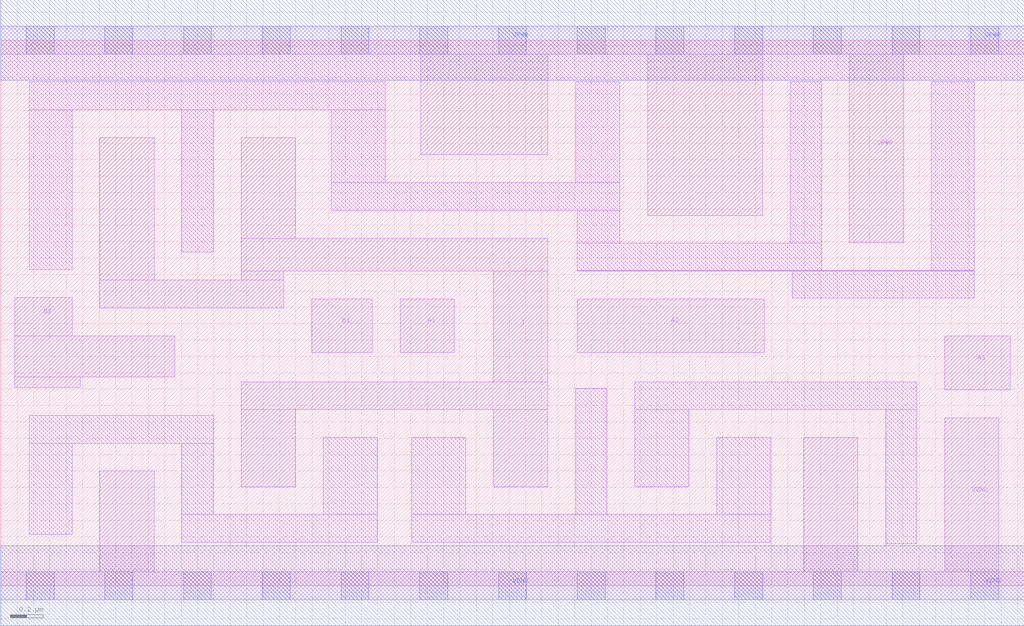
<source format=lef>
# Copyright 2020 The SkyWater PDK Authors
#
# Licensed under the Apache License, Version 2.0 (the "License");
# you may not use this file except in compliance with the License.
# You may obtain a copy of the License at
#
#     https://www.apache.org/licenses/LICENSE-2.0
#
# Unless required by applicable law or agreed to in writing, software
# distributed under the License is distributed on an "AS IS" BASIS,
# WITHOUT WARRANTIES OR CONDITIONS OF ANY KIND, either express or implied.
# See the License for the specific language governing permissions and
# limitations under the License.
#
# SPDX-License-Identifier: Apache-2.0

VERSION 5.7 ;
  NAMESCASESENSITIVE ON ;
  NOWIREEXTENSIONATPIN ON ;
  DIVIDERCHAR "/" ;
  BUSBITCHARS "[]" ;
UNITS
  DATABASE MICRONS 200 ;
END UNITS
MACRO sky130_fd_sc_lp__a32oi_2
  CLASS CORE ;
  SOURCE USER ;
  FOREIGN sky130_fd_sc_lp__a32oi_2 ;
  ORIGIN  0.000000  0.000000 ;
  SIZE  6.240000 BY  3.330000 ;
  SYMMETRY X Y R90 ;
  SITE unit ;
  PIN A1
    ANTENNAGATEAREA  0.630000 ;
    DIRECTION INPUT ;
    USE SIGNAL ;
    PORT
      LAYER li1 ;
        RECT 2.435000 1.425000 2.765000 1.750000 ;
    END
  END A1
  PIN A2
    ANTENNAGATEAREA  0.630000 ;
    DIRECTION INPUT ;
    USE SIGNAL ;
    PORT
      LAYER li1 ;
        RECT 3.515000 1.425000 4.655000 1.750000 ;
    END
  END A2
  PIN A3
    ANTENNAGATEAREA  0.630000 ;
    DIRECTION INPUT ;
    USE SIGNAL ;
    PORT
      LAYER li1 ;
        RECT 5.755000 1.195000 6.155000 1.525000 ;
    END
  END A3
  PIN B1
    ANTENNAGATEAREA  0.630000 ;
    DIRECTION INPUT ;
    USE SIGNAL ;
    PORT
      LAYER li1 ;
        RECT 1.895000 1.425000 2.265000 1.750000 ;
    END
  END B1
  PIN B2
    ANTENNAGATEAREA  0.630000 ;
    DIRECTION INPUT ;
    USE SIGNAL ;
    PORT
      LAYER li1 ;
        RECT 0.085000 1.210000 0.485000 1.275000 ;
        RECT 0.085000 1.275000 1.060000 1.525000 ;
        RECT 0.085000 1.525000 0.435000 1.760000 ;
    END
  END B2
  PIN Y
    ANTENNADIFFAREA  1.176000 ;
    DIRECTION OUTPUT ;
    USE SIGNAL ;
    PORT
      LAYER li1 ;
        RECT 0.605000 1.695000 1.725000 1.865000 ;
        RECT 0.605000 1.865000 0.935000 2.735000 ;
        RECT 1.465000 0.605000 1.795000 1.075000 ;
        RECT 1.465000 1.075000 3.335000 1.245000 ;
        RECT 1.465000 1.865000 1.725000 1.920000 ;
        RECT 1.465000 1.920000 3.335000 2.120000 ;
        RECT 1.465000 2.120000 1.795000 2.735000 ;
        RECT 3.005000 0.605000 3.335000 1.075000 ;
        RECT 3.005000 1.245000 3.335000 1.920000 ;
    END
  END Y
  PIN VGND
    DIRECTION INOUT ;
    USE GROUND ;
    PORT
      LAYER li1 ;
        RECT 0.000000 -0.085000 6.240000 0.085000 ;
        RECT 0.605000  0.085000 0.935000 0.700000 ;
        RECT 4.895000  0.085000 5.225000 0.905000 ;
        RECT 5.755000  0.085000 6.085000 1.025000 ;
      LAYER mcon ;
        RECT 0.155000 -0.085000 0.325000 0.085000 ;
        RECT 0.635000 -0.085000 0.805000 0.085000 ;
        RECT 1.115000 -0.085000 1.285000 0.085000 ;
        RECT 1.595000 -0.085000 1.765000 0.085000 ;
        RECT 2.075000 -0.085000 2.245000 0.085000 ;
        RECT 2.555000 -0.085000 2.725000 0.085000 ;
        RECT 3.035000 -0.085000 3.205000 0.085000 ;
        RECT 3.515000 -0.085000 3.685000 0.085000 ;
        RECT 3.995000 -0.085000 4.165000 0.085000 ;
        RECT 4.475000 -0.085000 4.645000 0.085000 ;
        RECT 4.955000 -0.085000 5.125000 0.085000 ;
        RECT 5.435000 -0.085000 5.605000 0.085000 ;
        RECT 5.915000 -0.085000 6.085000 0.085000 ;
      LAYER met1 ;
        RECT 0.000000 -0.245000 6.240000 0.245000 ;
    END
  END VGND
  PIN VPWR
    DIRECTION INOUT ;
    USE POWER ;
    PORT
      LAYER li1 ;
        RECT 0.000000 3.245000 6.240000 3.415000 ;
        RECT 2.560000 2.630000 3.335000 3.245000 ;
        RECT 3.945000 2.260000 4.645000 3.245000 ;
        RECT 5.175000 2.095000 5.505000 3.245000 ;
      LAYER mcon ;
        RECT 0.155000 3.245000 0.325000 3.415000 ;
        RECT 0.635000 3.245000 0.805000 3.415000 ;
        RECT 1.115000 3.245000 1.285000 3.415000 ;
        RECT 1.595000 3.245000 1.765000 3.415000 ;
        RECT 2.075000 3.245000 2.245000 3.415000 ;
        RECT 2.555000 3.245000 2.725000 3.415000 ;
        RECT 3.035000 3.245000 3.205000 3.415000 ;
        RECT 3.515000 3.245000 3.685000 3.415000 ;
        RECT 3.995000 3.245000 4.165000 3.415000 ;
        RECT 4.475000 3.245000 4.645000 3.415000 ;
        RECT 4.955000 3.245000 5.125000 3.415000 ;
        RECT 5.435000 3.245000 5.605000 3.415000 ;
        RECT 5.915000 3.245000 6.085000 3.415000 ;
      LAYER met1 ;
        RECT 0.000000 3.085000 6.240000 3.575000 ;
    END
  END VPWR
  OBS
    LAYER li1 ;
      RECT 0.175000 0.315000 0.435000 0.870000 ;
      RECT 0.175000 0.870000 1.295000 1.040000 ;
      RECT 0.175000 1.930000 0.435000 2.905000 ;
      RECT 0.175000 2.905000 2.345000 3.075000 ;
      RECT 1.105000 0.265000 2.295000 0.435000 ;
      RECT 1.105000 0.435000 1.295000 0.870000 ;
      RECT 1.105000 2.035000 1.295000 2.905000 ;
      RECT 1.965000 0.435000 2.295000 0.905000 ;
      RECT 2.015000 2.290000 3.775000 2.460000 ;
      RECT 2.015000 2.460000 2.345000 2.905000 ;
      RECT 2.505000 0.265000 4.695000 0.435000 ;
      RECT 2.505000 0.435000 2.835000 0.905000 ;
      RECT 3.505000 0.435000 3.695000 1.205000 ;
      RECT 3.505000 2.460000 3.775000 3.075000 ;
      RECT 3.515000 1.920000 5.935000 1.925000 ;
      RECT 3.515000 1.925000 5.005000 2.090000 ;
      RECT 3.515000 2.090000 3.775000 2.290000 ;
      RECT 3.865000 0.605000 4.195000 1.075000 ;
      RECT 3.865000 1.075000 5.585000 1.245000 ;
      RECT 4.365000 0.435000 4.695000 0.905000 ;
      RECT 4.815000 2.090000 5.005000 3.075000 ;
      RECT 4.825000 1.755000 5.935000 1.920000 ;
      RECT 5.395000 0.255000 5.585000 1.075000 ;
      RECT 5.675000 1.925000 5.935000 3.075000 ;
  END
END sky130_fd_sc_lp__a32oi_2

</source>
